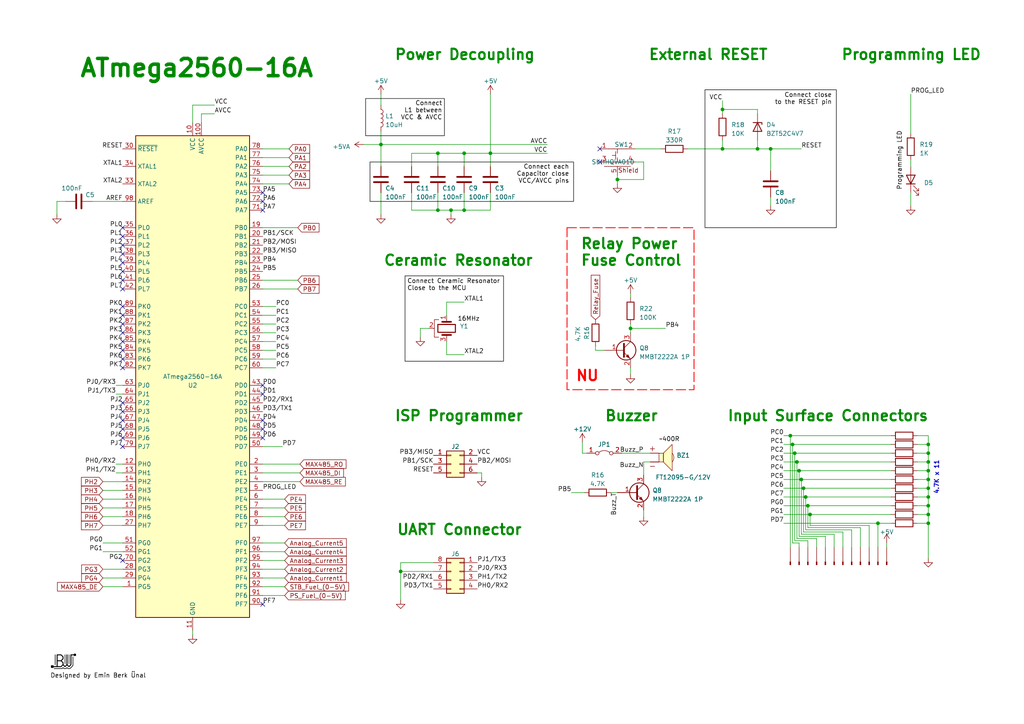
<source format=kicad_sch>
(kicad_sch (version 20230121) (generator eeschema)
  (paper "A4")
  (title_block (title "MCU") (date "2023-05-16") (rev "2") (company "OES Maritime Systems Eng. Ltd. Sti."))
  (lib_symbols
    (symbol "Conn_01x01_Pin_1" (pin_numbers hide) (pin_names (offset 1.016) hide)
      (property "Reference" "J" (at 0 2.54 0))
      (property "Value" "Conn_01x01_Pin" (at 0 -2.54 0))
      (symbol "Conn_01x01_Pin_1_1_1"
        (pin passive line (at 5.08 0 180) (length 3.81) (name "Pin_1") (number "1"))
      )
    )
    (symbol "Connector_Generic:Conn_02x03_Odd_Even" (pin_names (offset 1.016) hide)
      (property "Reference" "J" (at 1.27 5.08 0))
      (property "Value" "Conn_02x03_Odd_Even" (at 1.27 -5.08 0))
      (symbol "Conn_02x03_Odd_Even_1_1"
        (pin passive line (at -5.08 2.54 0) (length 3.81) (name "Pin_1") (number "1"))
        (pin passive line (at 7.62 2.54 180) (length 3.81) (name "Pin_2") (number "2"))
        (pin passive line (at -5.08 0 0) (length 3.81) (name "Pin_3") (number "3"))
        (pin passive line (at 7.62 0 180) (length 3.81) (name "Pin_4") (number "4"))
        (pin passive line (at -5.08 -2.54 0) (length 3.81) (name "Pin_5") (number "5"))
        (pin passive line (at 7.62 -2.54 180) (length 3.81) (name "Pin_6") (number "6"))
      )
    )
    (symbol "Connector_Generic:Conn_02x04_Counter_Clockwise" (pin_names (offset 1.016) hide)
      (property "Reference" "J" (at 1.27 5.08 0))
      (property "Value" "Conn_02x04_Counter_Clockwise" (at 1.27 -7.62 0))
      (symbol "Conn_02x04_Counter_Clockwise_1_1"
        (pin passive line (at -5.08 2.54 0) (length 3.81) (name "Pin_1") (number "1"))
        (pin passive line (at -5.08 0 0) (length 3.81) (name "Pin_2") (number "2"))
        (pin passive line (at -5.08 -2.54 0) (length 3.81) (name "Pin_3") (number "3"))
        (pin passive line (at -5.08 -5.08 0) (length 3.81) (name "Pin_4") (number "4"))
        (pin passive line (at 7.62 -5.08 180) (length 3.81) (name "Pin_5") (number "5"))
        (pin passive line (at 7.62 -2.54 180) (length 3.81) (name "Pin_6") (number "6"))
        (pin passive line (at 7.62 0 180) (length 3.81) (name "Pin_7") (number "7"))
        (pin passive line (at 7.62 2.54 180) (length 3.81) (name "Pin_8") (number "8"))
      )
    )
    (symbol "Device:C" (pin_numbers hide) (pin_names (offset 0.254))
      (property "Reference" "C" (at 0.635 2.54 0))
      (property "Value" "C" (at 0.635 -2.54 0))
      (symbol "C_1_1"
        (pin passive line (at 0 3.81 270) (length 2.794) (name "~") (number "1"))
        (pin passive line (at 0 -3.81 90) (length 2.794) (name "~") (number "2"))
      )
    )
    (symbol "Device:Crystal_GND2" (pin_names (offset 1.016) hide)
      (property "Reference" "Y" (at 0 5.715 0))
      (property "Value" "Crystal_GND2" (at 0 3.81 0))
      (symbol "Crystal_GND2_1_1"
        (pin passive line (at -3.81 0 0) (length 1.27) (name "1") (number "1"))
        (pin passive line (at 0 -5.08 90) (length 1.27) (name "2") (number "2"))
        (pin passive line (at 3.81 0 180) (length 1.27) (name "3") (number "3"))
      )
    )
    (symbol "Device:D_Zener" (pin_numbers hide) (pin_names (offset 1.016) hide)
      (property "Reference" "D" (at 0 2.54 0))
      (property "Value" "D_Zener" (at 0 -2.54 0))
      (symbol "D_Zener_1_1"
        (pin passive line (at -3.81 0 0) (length 2.54) (name "K") (number "1"))
        (pin passive line (at 3.81 0 180) (length 2.54) (name "A") (number "2"))
      )
    )
    (symbol "Device:L" (pin_numbers hide) (pin_names (offset 1.016) hide)
      (property "Reference" "L" (at -1.27 0 90))
      (property "Value" "L" (at 1.905 0 90))
      (symbol "L_1_1"
        (pin passive line (at 0 3.81 270) (length 1.27) (name "1") (number "1"))
        (pin passive line (at 0 -3.81 90) (length 1.27) (name "2") (number "2"))
      )
    )
    (symbol "Device:R" (pin_numbers hide) (pin_names (offset 0))
      (property "Reference" "R" (at 2.032 0 90))
      (property "Value" "R" (at 0 0 90))
      (symbol "R_1_1"
        (pin passive line (at 0 3.81 270) (length 1.27) (name "~") (number "1"))
        (pin passive line (at 0 -3.81 90) (length 1.27) (name "~") (number "2"))
      )
    )
    (symbol "Jumper:Jumper_2_Bridged" (pin_names (offset 0) hide)
      (property "Reference" "JP" (at 0 1.905 0))
      (property "Value" "Jumper_2_Bridged" (at 0 -2.54 0))
      (symbol "Jumper_2_Bridged_1_1"
        (pin passive line (at -5.08 0 0) (length 2.54) (name "A") (number "1"))
        (pin passive line (at 5.08 0 180) (length 2.54) (name "B") (number "2"))
      )
    )
    (symbol "LED:IR26-21C_L110_TR8" (pin_numbers hide) (pin_names (offset 1.016) hide)
      (property "Reference" "D" (at 0 2.54 0))
      (property "Value" "IR26-21C_L110_TR8" (at 0 -3.81 0))
      (symbol "IR26-21C_L110_TR8_1_1"
        (pin passive line (at -3.81 0 0) (length 2.54) (name "K") (number "1"))
        (pin passive line (at 3.81 0 180) (length 2.54) (name "A") (number "2"))
      )
    )
    (symbol "MCU_Microchip_ATmega:ATmega2560-16A"
      (property "Reference" "U" (at 0 1.27 0))
      (property "Value" "ATmega2560-16A" (at 0 -1.27 0))
      (symbol "ATmega2560-16A_1_1"
        (pin bidirectional line (at -20.32 -60.96 0) (length 3.81) (name "PG5") (number "1"))
        (pin power_in line (at 0 73.66 270) (length 3.81) (name "VCC") (number "10"))
        (pin power_in line (at 2.54 73.66 270) (length 3.81) (name "AVCC") (number "100"))
        (pin power_in line (at 0 -73.66 90) (length 3.81) (name "GND") (number "11"))
        (pin bidirectional line (at -20.32 -25.4 0) (length 3.81) (name "PH0") (number "12"))
        (pin bidirectional line (at -20.32 -27.94 0) (length 3.81) (name "PH1") (number "13"))
        (pin bidirectional line (at -20.32 -30.48 0) (length 3.81) (name "PH2") (number "14"))
        (pin bidirectional line (at -20.32 -33.02 0) (length 3.81) (name "PH3") (number "15"))
        (pin bidirectional line (at -20.32 -35.56 0) (length 3.81) (name "PH4") (number "16"))
        (pin bidirectional line (at -20.32 -38.1 0) (length 3.81) (name "PH5") (number "17"))
        (pin bidirectional line (at -20.32 -40.64 0) (length 3.81) (name "PH6") (number "18"))
        (pin bidirectional line (at 20.32 43.18 180) (length 3.81) (name "PB0") (number "19"))
        (pin bidirectional line (at 20.32 -25.4 180) (length 3.81) (name "PE0") (number "2"))
        (pin bidirectional line (at 20.32 40.64 180) (length 3.81) (name "PB1") (number "20"))
        (pin bidirectional line (at 20.32 38.1 180) (length 3.81) (name "PB2") (number "21"))
        (pin bidirectional line (at 20.32 35.56 180) (length 3.81) (name "PB3") (number "22"))
        (pin bidirectional line (at 20.32 33.02 180) (length 3.81) (name "PB4") (number "23"))
        (pin bidirectional line (at 20.32 30.48 180) (length 3.81) (name "PB5") (number "24"))
        (pin bidirectional line (at 20.32 27.94 180) (length 3.81) (name "PB6") (number "25"))
        (pin bidirectional line (at 20.32 25.4 180) (length 3.81) (name "PB7") (number "26"))
        (pin bidirectional line (at -20.32 -43.18 0) (length 3.81) (name "PH7") (number "27"))
        (pin bidirectional line (at -20.32 -55.88 0) (length 3.81) (name "PG3") (number "28"))
        (pin bidirectional line (at -20.32 -58.42 0) (length 3.81) (name "PG4") (number "29"))
        (pin bidirectional line (at 20.32 -27.94 180) (length 3.81) (name "PE1") (number "3"))
        (pin input line (at -20.32 66.04 0) (length 3.81) (name "~{RESET}") (number "30"))
        (pin passive line (at 0 73.66 270) (length 3.81) hide (name "VCC") (number "31"))
        (pin passive line (at 0 -73.66 90) (length 3.81) hide (name "GND") (number "32"))
        (pin output line (at -20.32 55.88 0) (length 3.81) (name "XTAL2") (number "33"))
        (pin input line (at -20.32 60.96 0) (length 3.81) (name "XTAL1") (number "34"))
        (pin bidirectional line (at -20.32 43.18 0) (length 3.81) (name "PL0") (number "35"))
        (pin bidirectional line (at -20.32 40.64 0) (length 3.81) (name "PL1") (number "36"))
        (pin bidirectional line (at -20.32 38.1 0) (length 3.81) (name "PL2") (number "37"))
        (pin bidirectional line (at -20.32 35.56 0) (length 3.81) (name "PL3") (number "38"))
        (pin bidirectional line (at -20.32 33.02 0) (length 3.81) (name "PL4") (number "39"))
        (pin bidirectional line (at 20.32 -30.48 180) (length 3.81) (name "PE2") (number "4"))
        (pin bidirectional line (at -20.32 30.48 0) (length 3.81) (name "PL5") (number "40"))
        (pin bidirectional line (at -20.32 27.94 0) (length 3.81) (name "PL6") (number "41"))
        (pin bidirectional line (at -20.32 25.4 0) (length 3.81) (name "PL7") (number "42"))
        (pin bidirectional line (at 20.32 -2.54 180) (length 3.81) (name "PD0") (number "43"))
        (pin bidirectional line (at 20.32 -5.08 180) (length 3.81) (name "PD1") (number "44"))
        (pin bidirectional line (at 20.32 -7.62 180) (length 3.81) (name "PD2") (number "45"))
        (pin bidirectional line (at 20.32 -10.16 180) (length 3.81) (name "PD3") (number "46"))
        (pin bidirectional line (at 20.32 -12.7 180) (length 3.81) (name "PD4") (number "47"))
        (pin bidirectional line (at 20.32 -15.24 180) (length 3.81) (name "PD5") (number "48"))
        (pin bidirectional line (at 20.32 -17.78 180) (length 3.81) (name "PD6") (number "49"))
        (pin bidirectional line (at 20.32 -33.02 180) (length 3.81) (name "PE3") (number "5"))
        (pin bidirectional line (at 20.32 -20.32 180) (length 3.81) (name "PD7") (number "50"))
        (pin bidirectional line (at -20.32 -48.26 0) (length 3.81) (name "PG0") (number "51"))
        (pin bidirectional line (at -20.32 -50.8 0) (length 3.81) (name "PG1") (number "52"))
        (pin bidirectional line (at 20.32 20.32 180) (length 3.81) (name "PC0") (number "53"))
        (pin bidirectional line (at 20.32 17.78 180) (length 3.81) (name "PC1") (number "54"))
        (pin bidirectional line (at 20.32 15.24 180) (length 3.81) (name "PC2") (number "55"))
        (pin bidirectional line (at 20.32 12.7 180) (length 3.81) (name "PC3") (number "56"))
        (pin bidirectional line (at 20.32 10.16 180) (length 3.81) (name "PC4") (number "57"))
        (pin bidirectional line (at 20.32 7.62 180) (length 3.81) (name "PC5") (number "58"))
        (pin bidirectional line (at 20.32 5.08 180) (length 3.81) (name "PC6") (number "59"))
        (pin bidirectional line (at 20.32 -35.56 180) (length 3.81) (name "PE4") (number "6"))
        (pin bidirectional line (at 20.32 2.54 180) (length 3.81) (name "PC7") (number "60"))
        (pin passive line (at 0 73.66 270) (length 3.81) hide (name "VCC") (number "61"))
        (pin passive line (at 0 -73.66 90) (length 3.81) hide (name "GND") (number "62"))
        (pin bidirectional line (at -20.32 -2.54 0) (length 3.81) (name "PJ0") (number "63"))
        (pin bidirectional line (at -20.32 -5.08 0) (length 3.81) (name "PJ1") (number "64"))
        (pin bidirectional line (at -20.32 -7.62 0) (length 3.81) (name "PJ2") (number "65"))
        (pin bidirectional line (at -20.32 -10.16 0) (length 3.81) (name "PJ3") (number "66"))
        (pin bidirectional line (at -20.32 -12.7 0) (length 3.81) (name "PJ4") (number "67"))
        (pin bidirectional line (at -20.32 -15.24 0) (length 3.81) (name "PJ5") (number "68"))
        (pin bidirectional line (at -20.32 -17.78 0) (length 3.81) (name "PJ6") (number "69"))
        (pin bidirectional line (at 20.32 -38.1 180) (length 3.81) (name "PE5") (number "7"))
        (pin bidirectional line (at -20.32 -53.34 0) (length 3.81) (name "PG2") (number "70"))
        (pin bidirectional line (at 20.32 48.26 180) (length 3.81) (name "PA7") (number "71"))
        (pin bidirectional line (at 20.32 50.8 180) (length 3.81) (name "PA6") (number "72"))
        (pin bidirectional line (at 20.32 53.34 180) (length 3.81) (name "PA5") (number "73"))
        (pin bidirectional line (at 20.32 55.88 180) (length 3.81) (name "PA4") (number "74"))
        (pin bidirectional line (at 20.32 58.42 180) (length 3.81) (name "PA3") (number "75"))
        (pin bidirectional line (at 20.32 60.96 180) (length 3.81) (name "PA2") (number "76"))
        (pin bidirectional line (at 20.32 63.5 180) (length 3.81) (name "PA1") (number "77"))
        (pin bidirectional line (at 20.32 66.04 180) (length 3.81) (name "PA0") (number "78"))
        (pin bidirectional line (at -20.32 -20.32 0) (length 3.81) (name "PJ7") (number "79"))
        (pin bidirectional line (at 20.32 -40.64 180) (length 3.81) (name "PE6") (number "8"))
        (pin passive line (at 0 73.66 270) (length 3.81) hide (name "VCC") (number "80"))
        (pin passive line (at 0 -73.66 90) (length 3.81) hide (name "GND") (number "81"))
        (pin bidirectional line (at -20.32 2.54 0) (length 3.81) (name "PK7") (number "82"))
        (pin bidirectional line (at -20.32 5.08 0) (length 3.81) (name "PK6") (number "83"))
        (pin bidirectional line (at -20.32 7.62 0) (length 3.81) (name "PK5") (number "84"))
        (pin bidirectional line (at -20.32 10.16 0) (length 3.81) (name "PK4") (number "85"))
        (pin bidirectional line (at -20.32 12.7 0) (length 3.81) (name "PK3") (number "86"))
        (pin bidirectional line (at -20.32 15.24 0) (length 3.81) (name "PK2") (number "87"))
        (pin bidirectional line (at -20.32 17.78 0) (length 3.81) (name "PK1") (number "88"))
        (pin bidirectional line (at -20.32 20.32 0) (length 3.81) (name "PK0") (number "89"))
        (pin bidirectional line (at 20.32 -43.18 180) (length 3.81) (name "PE7") (number "9"))
        (pin bidirectional line (at 20.32 -66.04 180) (length 3.81) (name "PF7") (number "90"))
        (pin bidirectional line (at 20.32 -63.5 180) (length 3.81) (name "PF6") (number "91"))
        (pin bidirectional line (at 20.32 -60.96 180) (length 3.81) (name "PF5") (number "92"))
        (pin bidirectional line (at 20.32 -58.42 180) (length 3.81) (name "PF4") (number "93"))
        (pin bidirectional line (at 20.32 -55.88 180) (length 3.81) (name "PF3") (number "94"))
        (pin bidirectional line (at 20.32 -53.34 180) (length 3.81) (name "PF2") (number "95"))
        (pin bidirectional line (at 20.32 -50.8 180) (length 3.81) (name "PF1") (number "96"))
        (pin bidirectional line (at 20.32 -48.26 180) (length 3.81) (name "PF0") (number "97"))
        (pin passive line (at -20.32 50.8 0) (length 3.81) (name "AREF") (number "98"))
        (pin passive line (at 0 -73.66 90) (length 3.81) hide (name "GND") (number "99"))
      )
    )
    (symbol "MyButtons:SPST_Push_Button_5_Pin"
      (property "Reference" "SW" (at 5.08 5.08 0))
      (symbol "SPST_Push_Button_5_Pin_1_1"
        (text "Shield" (at 8.255 -2.413 0) (effects (font (size 1.27 1.27))))
        (pin passive line (at 0 3.81 0) (length 2.54) (name "") (number "1"))
        (pin passive line (at 10.16 3.81 180) (length 2.54) (name "") (number "2"))
        (pin passive line (at 0 0 0) (length 2.54) (name "") (number "3"))
        (pin passive line (at 10.16 0 180) (length 2.54) (name "") (number "4"))
        (pin passive line (at 5.08 -3.81 90) (length 2.54) (name "") (number "5"))
      )
    )
    (symbol "MyBuzzers:Active_Buzzer" (pin_numbers hide)
      (property "Reference" "BZ" (at 0 -3.81 0))
      (symbol "Active_Buzzer_1_1"
        (pin input line (at -2.54 2.54 0) (length 2.54) (name "") (number "1"))
        (pin input line (at -2.54 0 0) (length 2.54) (name "") (number "2"))
      )
    )
    (symbol "Transistor_BJT:2SC4213" (pin_names (offset 0) hide)
      (property "Reference" "Q" (at 5.08 1.905 0))
      (property "Value" "2SC4213" (at 5.08 0 0))
      (symbol "2SC4213_1_1"
        (pin input line (at -5.08 0 0) (length 5.715) (name "B") (number "1"))
        (pin passive line (at 2.54 -5.08 90) (length 2.54) (name "E") (number "2"))
        (pin passive line (at 2.54 5.08 270) (length 2.54) (name "C") (number "3"))
      )
    )
    (symbol "power:+12V" (power) (pin_names (offset 0))
      (property "Value" "+12V" (at 0 3.556 0))
      (symbol "+12V_1_1"
        (pin power_in line (at 0 0 90) (length 0) hide (name "+12V") (number "1"))
      )
    )
    (symbol "power:+5V" (power) (pin_names (offset 0))
      (property "Value" "+5V" (at 0 3.556 0))
      (symbol "+5V_1_1"
        (pin power_in line (at 0 0 90) (length 0) hide (name "+5V") (number "1"))
      )
    )
    (symbol "power:+5VA" (power) (pin_names (offset 0))
      (property "Value" "+5VA" (at 0 3.556 0))
      (symbol "+5VA_1_1"
        (pin power_in line (at 0 0 90) (length 0) hide (name "+5VA") (number "1"))
      )
    )
    (symbol "power:GND" (power) (pin_names (offset 0))
      (property "Value" "GND" (at 0 -3.81 0))
      (symbol "GND_1_1"
        (pin power_in line (at 0 0 270) (length 0) hide (name "GND") (number "1"))
      )
    )
  )
  (junction (at 127 60.96))
  (junction (at 269.24 146.685))
  (junction (at 110.49 41.91))
  (junction (at 232.41 139.065))
  (junction (at 269.24 141.605))
  (junction (at 116.205 165.735))
  (junction (at 269.24 139.065))
  (junction (at 127 44.45))
  (junction (at 269.24 144.145))
  (junction (at 269.24 133.985))
  (junction (at 182.88 95.25))
  (junction (at 269.24 151.765))
  (junction (at 134.62 44.45))
  (junction (at 179.07 52.07))
  (junction (at 233.045 141.605))
  (junction (at 130.81 60.96))
  (junction (at 223.52 43.18))
  (junction (at 269.24 128.905))
  (junction (at 230.505 131.445))
  (junction (at 233.68 144.145))
  (junction (at 229.235 126.365))
  (junction (at 142.24 44.45))
  (junction (at 229.87 128.905))
  (junction (at 231.14 133.985))
  (junction (at 231.775 136.525))
  (junction (at 234.315 146.685))
  (junction (at 219.71 43.18))
  (junction (at 134.62 60.96))
  (junction (at 269.24 149.225))
  (junction (at 234.95 149.225))
  (junction (at 209.55 31.75))
  (junction (at 209.55 43.18))
  (junction (at 269.24 131.445))
  (junction (at 254.635 151.765))
  (junction (at 269.24 136.525))
  (no_connect (at 35.56 68.58))
  (no_connect (at 35.56 66.04))
  (no_connect (at 76.2 55.88))
  (no_connect (at 76.2 58.42))
  (no_connect (at 35.56 91.44))
  (no_connect (at 76.2 124.46))
  (no_connect (at 35.56 93.98))
  (no_connect (at 35.56 104.14))
  (no_connect (at 35.56 121.92))
  (no_connect (at 76.2 127))
  (no_connect (at 35.56 119.38))
  (no_connect (at 35.56 106.68))
  (no_connect (at 76.2 121.92))
  (no_connect (at 35.56 124.46))
  (no_connect (at 35.56 116.84))
  (no_connect (at 35.56 73.66))
  (no_connect (at 35.56 99.06))
  (no_connect (at 35.56 127))
  (no_connect (at 35.56 88.9))
  (no_connect (at 173.99 46.99))
  (no_connect (at 76.2 114.3))
  (no_connect (at 76.2 111.76))
  (no_connect (at 35.56 129.54))
  (no_connect (at 35.56 96.52))
  (no_connect (at 35.56 78.74))
  (no_connect (at 35.56 71.12))
  (no_connect (at 173.99 43.18))
  (no_connect (at 76.2 60.96))
  (no_connect (at 35.56 83.82))
  (no_connect (at 35.56 101.6))
  (no_connect (at 35.56 162.56))
  (no_connect (at 76.2 175.26))
  (no_connect (at 35.56 76.2))
  (no_connect (at 35.56 81.28))
  (wire (pts (xy 269.24 151.765) (xy 266.065 151.765)))
  (wire (pts (xy 239.395 155.575) (xy 231.775 155.575)))
  (wire (pts (xy 269.24 141.605) (xy 269.24 144.145)))
  (wire (pts (xy 142.24 44.45) (xy 158.75 44.45)))
  (wire (pts (xy 223.52 57.15) (xy 223.52 59.69)))
  (wire (pts (xy 269.24 136.525) (xy 266.065 136.525)))
  (wire (pts (xy 254.635 158.75) (xy 254.635 151.765)))
  (wire (pts (xy 129.54 87.63) (xy 134.62 87.63)))
  (wire (pts (xy 125.73 163.195) (xy 116.205 163.195)))
  (wire (pts (xy 134.62 55.88) (xy 134.62 60.96)))
  (wire (pts (xy 129.54 99.06) (xy 129.54 102.87)))
  (wire (pts (xy 241.935 154.94) (xy 232.41 154.94)))
  (wire (pts (xy 236.855 158.75) (xy 236.855 156.21)))
  (wire (pts (xy 29.845 144.78) (xy 35.56 144.78)))
  (wire (pts (xy 62.23 33.02) (xy 58.42 33.02)))
  (wire (pts (xy 227.33 146.685) (xy 234.315 146.685)))
  (wire (pts (xy 29.845 167.64) (xy 35.56 167.64)))
  (wire (pts (xy 142.24 27.305) (xy 142.24 44.45)))
  (wire (pts (xy 227.33 141.605) (xy 233.045 141.605)))
  (wire (pts (xy 231.775 157.48) (xy 229.87 157.48)))
  (wire (pts (xy 83.82 53.34) (xy 76.2 53.34)))
  (wire (pts (xy 82.55 152.4) (xy 76.2 152.4)))
  (wire (pts (xy 269.24 131.445) (xy 266.065 131.445)))
  (wire (pts (xy 127 44.45) (xy 134.62 44.45)))
  (wire (pts (xy 186.69 46.99) (xy 186.69 52.07)))
  (wire (pts (xy 209.55 33.02) (xy 209.55 31.75)))
  (wire (pts (xy 80.01 93.98) (xy 76.2 93.98)))
  (wire (pts (xy 182.88 106.68) (xy 182.88 108.585)))
  (wire (pts (xy 142.24 60.96) (xy 142.24 55.88)))
  (wire (pts (xy 29.845 170.18) (xy 35.56 170.18)))
  (wire (pts (xy 86.995 139.7) (xy 76.2 139.7)))
  (wire (pts (xy 134.62 44.45) (xy 134.62 48.26)))
  (wire (pts (xy 234.315 153.035) (xy 234.315 146.685)))
  (wire (pts (xy 236.855 156.21) (xy 231.14 156.21)))
  (wire (pts (xy 130.81 60.96) (xy 130.81 62.23)))
  (wire (pts (xy 180.34 131.445) (xy 188.595 131.445)))
  (wire (pts (xy 130.81 60.96) (xy 134.62 60.96)))
  (wire (pts (xy 83.82 50.8) (xy 76.2 50.8)))
  (wire (pts (xy 258.445 131.445) (xy 230.505 131.445)))
  (wire (pts (xy 184.15 46.99) (xy 186.69 46.99)))
  (wire (pts (xy 269.24 149.225) (xy 269.24 151.765)))
  (wire (pts (xy 258.445 133.985) (xy 231.14 133.985)))
  (wire (pts (xy 269.24 141.605) (xy 266.065 141.605)))
  (wire (pts (xy 258.445 136.525) (xy 231.775 136.525)))
  (wire (pts (xy 82.55 170.18) (xy 76.2 170.18)))
  (wire (pts (xy 227.33 133.985) (xy 231.14 133.985)))
  (wire (pts (xy 269.24 133.985) (xy 269.24 136.525)))
  (wire (pts (xy 139.7 137.16) (xy 139.7 138.43)))
  (wire (pts (xy 184.15 43.18) (xy 191.77 43.18)))
  (wire (pts (xy 129.54 102.87) (xy 134.62 102.87)))
  (wire (pts (xy 83.82 48.26) (xy 76.2 48.26)))
  (wire (pts (xy 258.445 146.685) (xy 234.315 146.685)))
  (wire (pts (xy 80.01 104.14) (xy 76.2 104.14)))
  (wire (pts (xy 258.445 128.905) (xy 229.87 128.905)))
  (wire (pts (xy 269.24 133.985) (xy 266.065 133.985)))
  (wire (pts (xy 110.49 38.1) (xy 110.49 41.91)))
  (wire (pts (xy 234.95 152.4) (xy 234.95 149.225)))
  (wire (pts (xy 244.475 158.75) (xy 244.475 154.305)))
  (wire (pts (xy 86.36 66.04) (xy 76.2 66.04)))
  (wire (pts (xy 86.36 81.28) (xy 76.2 81.28)))
  (wire (pts (xy 86.36 83.82) (xy 76.2 83.82)))
  (wire (pts (xy 80.01 96.52) (xy 76.2 96.52)))
  (wire (pts (xy 269.24 139.065) (xy 269.24 141.605)))
  (wire (pts (xy 82.55 149.86) (xy 76.2 149.86)))
  (wire (pts (xy 80.01 91.44) (xy 76.2 91.44)))
  (wire (pts (xy 33.655 137.16) (xy 35.56 137.16)))
  (wire (pts (xy 116.205 165.735) (xy 125.73 165.735)))
  (wire (pts (xy 227.33 128.905) (xy 229.87 128.905)))
  (wire (pts (xy 172.72 100.33) (xy 172.72 101.6)))
  (wire (pts (xy 247.015 158.75) (xy 247.015 153.67)))
  (wire (pts (xy 269.24 144.145) (xy 269.24 146.685)))
  (wire (pts (xy 231.775 155.575) (xy 231.775 136.525)))
  (wire (pts (xy 269.24 131.445) (xy 269.24 133.985)))
  (wire (pts (xy 227.33 136.525) (xy 231.775 136.525)))
  (wire (pts (xy 119.38 44.45) (xy 127 44.45)))
  (wire (pts (xy 86.995 137.16) (xy 76.2 137.16)))
  (wire (pts (xy 165.735 142.875) (xy 169.545 142.875)))
  (wire (pts (xy 55.88 184.15) (xy 55.88 182.88)))
  (wire (pts (xy 249.555 153.035) (xy 234.315 153.035)))
  (wire (pts (xy 127 60.96) (xy 130.81 60.96)))
  (wire (pts (xy 258.445 149.225) (xy 234.95 149.225)))
  (wire (pts (xy 105.41 41.91) (xy 110.49 41.91)))
  (wire (pts (xy 82.55 162.56) (xy 76.2 162.56)))
  (wire (pts (xy 244.475 154.305) (xy 233.045 154.305)))
  (wire (pts (xy 80.01 99.06) (xy 76.2 99.06)))
  (wire (pts (xy 179.07 53.34) (xy 179.07 52.07)))
  (wire (pts (xy 258.445 144.145) (xy 233.68 144.145)))
  (wire (pts (xy 179.07 52.07) (xy 179.07 50.8)))
  (wire (pts (xy 264.16 27.305) (xy 264.16 38.735)))
  (wire (pts (xy 234.315 158.75) (xy 234.315 156.845)))
  (wire (pts (xy 86.995 134.62) (xy 76.2 134.62)))
  (wire (pts (xy 168.91 128.27) (xy 168.91 131.445)))
  (wire (pts (xy 116.205 165.735) (xy 116.205 173.99)))
  (wire (pts (xy 186.69 147.955) (xy 186.69 149.86)))
  (wire (pts (xy 182.88 95.25) (xy 182.88 96.52)))
  (wire (pts (xy 33.655 111.76) (xy 35.56 111.76)))
  (wire (pts (xy 82.55 160.02) (xy 76.2 160.02)))
  (wire (pts (xy 230.505 156.845) (xy 230.505 131.445)))
  (wire (pts (xy 233.045 141.605) (xy 233.045 154.305)))
  (wire (pts (xy 229.235 126.365) (xy 229.235 158.75)))
  (wire (pts (xy 82.55 147.32) (xy 76.2 147.32)))
  (wire (pts (xy 83.82 43.18) (xy 76.2 43.18)))
  (wire (pts (xy 168.91 131.445) (xy 170.18 131.445)))
  (wire (pts (xy 223.52 43.18) (xy 223.52 49.53)))
  (wire (pts (xy 58.42 33.02) (xy 58.42 35.56)))
  (wire (pts (xy 209.55 40.64) (xy 209.55 43.18)))
  (wire (pts (xy 258.445 141.605) (xy 233.045 141.605)))
  (wire (pts (xy 182.88 85.09) (xy 182.88 86.36)))
  (wire (pts (xy 134.62 60.96) (xy 142.24 60.96)))
  (wire (pts (xy 257.175 157.48) (xy 257.175 158.75)))
  (wire (pts (xy 182.88 95.25) (xy 193.04 95.25)))
  (wire (pts (xy 239.395 158.75) (xy 239.395 155.575)))
  (wire (pts (xy 121.92 95.25) (xy 124.46 95.25)))
  (wire (pts (xy 177.165 142.875) (xy 179.07 142.875)))
  (wire (pts (xy 188.595 133.985) (xy 186.69 133.985)))
  (wire (pts (xy 252.095 152.4) (xy 234.95 152.4)))
  (wire (pts (xy 182.88 93.98) (xy 182.88 95.25)))
  (wire (pts (xy 219.71 31.75) (xy 209.55 31.75)))
  (wire (pts (xy 142.24 48.26) (xy 142.24 44.45)))
  (wire (pts (xy 82.55 144.78) (xy 76.2 144.78)))
  (wire (pts (xy 227.33 144.145) (xy 233.68 144.145)))
  (wire (pts (xy 258.445 139.065) (xy 232.41 139.065)))
  (wire (pts (xy 227.33 139.065) (xy 232.41 139.065)))
  (wire (pts (xy 110.49 41.91) (xy 158.75 41.91)))
  (wire (pts (xy 62.23 30.48) (xy 55.88 30.48)))
  (wire (pts (xy 269.24 144.145) (xy 266.065 144.145)))
  (wire (pts (xy 82.55 165.1) (xy 76.2 165.1)))
  (wire (pts (xy 29.845 149.86) (xy 35.56 149.86)))
  (wire (pts (xy 232.41 154.94) (xy 232.41 139.065)))
  (wire (pts (xy 82.55 167.64) (xy 76.2 167.64)))
  (wire (pts (xy 110.49 41.91) (xy 110.49 48.26)))
  (wire (pts (xy 249.555 158.75) (xy 249.555 153.035)))
  (wire (pts (xy 121.92 95.25) (xy 121.92 97.79)))
  (wire (pts (xy 231.14 156.21) (xy 231.14 133.985)))
  (wire (pts (xy 119.38 48.26) (xy 119.38 44.45)))
  (wire (pts (xy 83.82 45.72) (xy 76.2 45.72)))
  (wire (pts (xy 252.095 158.75) (xy 252.095 152.4)))
  (wire (pts (xy 269.24 128.905) (xy 269.24 131.445)))
  (wire (pts (xy 234.315 156.845) (xy 230.505 156.845)))
  (wire (pts (xy 269.24 126.365) (xy 266.065 126.365)))
  (wire (pts (xy 219.71 33.02) (xy 219.71 31.75)))
  (wire (pts (xy 227.33 151.765) (xy 254.635 151.765)))
  (wire (pts (xy 264.16 55.88) (xy 264.16 59.69)))
  (wire (pts (xy 269.24 146.685) (xy 266.065 146.685)))
  (wire (pts (xy 229.87 128.905) (xy 229.87 157.48)))
  (wire (pts (xy 172.72 101.6) (xy 175.26 101.6)))
  (wire (pts (xy 138.43 137.16) (xy 139.7 137.16)))
  (wire (pts (xy 269.24 128.905) (xy 266.065 128.905)))
  (wire (pts (xy 82.55 157.48) (xy 76.2 157.48)))
  (wire (pts (xy 29.845 157.48) (xy 35.56 157.48)))
  (wire (pts (xy 233.68 153.67) (xy 233.68 144.145)))
  (wire (pts (xy 55.88 30.48) (xy 55.88 35.56)))
  (wire (pts (xy 227.33 126.365) (xy 229.235 126.365)))
  (wire (pts (xy 29.845 165.1) (xy 35.56 165.1)))
  (wire (pts (xy 29.845 139.7) (xy 35.56 139.7)))
  (wire (pts (xy 81.915 129.54) (xy 76.2 129.54)))
  (wire (pts (xy 33.655 134.62) (xy 35.56 134.62)))
  (wire (pts (xy 258.445 151.765) (xy 254.635 151.765)))
  (wire (pts (xy 29.845 142.24) (xy 35.56 142.24)))
  (wire (pts (xy 16.51 62.23) (xy 16.51 58.42)))
  (wire (pts (xy 16.51 58.42) (xy 19.05 58.42)))
  (wire (pts (xy 29.845 147.32) (xy 35.56 147.32)))
  (wire (pts (xy 127 44.45) (xy 127 48.26)))
  (wire (pts (xy 269.24 146.685) (xy 269.24 149.225)))
  (wire (pts (xy 134.62 44.45) (xy 142.24 44.45)))
  (wire (pts (xy 26.67 58.42) (xy 35.56 58.42)))
  (wire (pts (xy 80.01 101.6) (xy 76.2 101.6)))
  (wire (pts (xy 129.54 87.63) (xy 129.54 91.44)))
  (wire (pts (xy 264.16 48.26) (xy 264.16 46.355)))
  (wire (pts (xy 219.71 40.64) (xy 219.71 43.18)))
  (wire (pts (xy 127 55.88) (xy 127 60.96)))
  (wire (pts (xy 186.69 133.985) (xy 186.69 137.795)))
  (wire (pts (xy 82.55 172.72) (xy 76.2 172.72)))
  (wire (pts (xy 227.33 149.225) (xy 234.95 149.225)))
  (wire (pts (xy 227.33 131.445) (xy 230.505 131.445)))
  (wire (pts (xy 219.71 43.18) (xy 223.52 43.18)))
  (wire (pts (xy 269.24 126.365) (xy 269.24 128.905)))
  (wire (pts (xy 179.07 52.07) (xy 186.69 52.07)))
  (wire (pts (xy 223.52 43.18) (xy 232.41 43.18)))
  (wire (pts (xy 29.845 152.4) (xy 35.56 152.4)))
  (wire (pts (xy 119.38 60.96) (xy 127 60.96)))
  (wire (pts (xy 209.55 43.18) (xy 219.71 43.18)))
  (wire (pts (xy 29.845 160.02) (xy 35.56 160.02)))
  (wire (pts (xy 258.445 126.365) (xy 229.235 126.365)))
  (wire (pts (xy 80.01 106.68) (xy 76.2 106.68)))
  (wire (pts (xy 110.49 55.88) (xy 110.49 62.23)))
  (wire (pts (xy 231.775 157.48) (xy 231.775 158.75)))
  (wire (pts (xy 209.55 29.21) (xy 209.55 31.75)))
  (wire (pts (xy 119.38 55.88) (xy 119.38 60.96)))
  (wire (pts (xy 269.24 136.525) (xy 269.24 139.065)))
  (wire (pts (xy 33.655 114.3) (xy 35.56 114.3)))
  (wire (pts (xy 241.935 158.75) (xy 241.935 154.94)))
  (wire (pts (xy 110.49 27.305) (xy 110.49 30.48)))
  (wire (pts (xy 116.205 163.195) (xy 116.205 165.735)))
  (wire (pts (xy 269.24 139.065) (xy 266.065 139.065)))
  (wire (pts (xy 269.24 151.765) (xy 269.24 161.925)))
  (wire (pts (xy 247.015 153.67) (xy 233.68 153.67)))
  (wire (pts (xy 269.24 149.225) (xy 266.065 149.225)))
  (wire (pts (xy 80.01 88.9) (xy 76.2 88.9)))
  (wire (pts (xy 199.39 43.18) (xy 209.55 43.18)))
  (rectangle (start 107.315 46.99) (end 166.37 58.42) (stroke (width 0) (color 0 0 0 1)))
  (rectangle (start 106.045 28.575) (end 128.905 39.37) (stroke (width 0) (color 0 0 0 1)))
  (rectangle (start 117.475 80.01) (end 146.05 104.775) (stroke (width 0) (color 0 0 0 1)))
  (rectangle (start 204.47 26.035) (end 242.57 66.04) (stroke (width 0) (color 0 0 0 1)))
  (image (at 435.61 105.41) (scale 1.51515))
  (image (at 18.415 191.77) (scale 0.232765))
  (text_box "///////     OUTPUTS     ///////\n\nWiper_water_start			 	  - - - 	23 / PA1\nWiper_motor_start			 	  - - - 	25 / PA3\n\nEr_fan1_start			     	  - - - 	27 / PA5\nEr_fan1_reverse			 	 	  - - - 	29 / PA7\n\nEr_fan2_start				 	  - - - 	31 / PC6\nEr_fan2_reverse			 	 	  - - - 	33 / PC4 \n\n Stb_engine_start			 	  - - - 	35 / PC2\n Stb_engine_march			 	  - - - 	37 / PC0\n\n Ps_engine_start			 	  - - - 	39 / PG2\n Ps_engine_march			 	  - - - 	41 / PG0\n\n Hydrolic_rudder_pomp		 	  - - - 	43 / PL6\n\n Anchor_light				 	  - - - 	45 / PL4\n Stern_light				 	  - - - 	47 / PL2\n Masthead_light			 	 	  - - - 	49 / PL0\n Port_side_light			 	  - - - 	51 / PB2\n Starboard_side_light		 	  - - - 	53 / PB0\n\n Main_deck_lightning		 	  - - - 	 5 / PE3\n Bow_search_light			 	  - - - 	 6 / PH3\n stern_search_light 		 	  - - - 	 7 / PH4\n\n Buzzer				 			  - - - 	 4 / PG5\n\n///////      INPUTS      ///////\n\n steering_room_bilge_alarm 		  - - - 	52 / PB1\n Engine_room_aft_bilge_alarm	  - - - 	50 / PB3\n Engine_room_fore_bilge_alarm	  - - - 	48 / PL1\n Fwd_bilge_alarm			 	  - - - 	46 / PL3\n Ps_sb_me_charger_failure		  - - - 	44 / PL5\n Ac_insulation_voltage_failure	  - - - 	42 / PL7\n Dg_charger_failure			 	  - - - 	40 / PG1\n Dc01_charger_failure		 	  - - - 	38 / PD7\n Insulation_failure_alarm		  - - - 	36 / PC1\n Voltage_failure_alarm		 	  - - - 	34 / PC3\n voltageAutochargeoverAct_alarm	  - - - 	32 / PC5\n\n///////      ANALOG INPUTS     ///////\n\nanchor_light_current  			  - - -  	A0 / PF0\nstern_light_current  			  - - -  	A1 / PF1\nmasthead_light_current 			  - - -  	A2 / PF2\nport_side_light_current  		  - - -  	A3 / PF3\nstarboard_side_light_current   	  - - -  	A4 / PF4\n\nfuel_oil_ps_analog   	 		  - - -  	A5 / PF5\nfuel_oil_str_analog   	  		  - - -  	A6 / PF6" (at -100.33 0 0) (size 97.79 167.64) (stroke (width 0.5) (color 132 0 0 1)) (fill (type color) (color 255 229 191 1)) (effects (font (size 1.8 1.8)) (justify left top)))
  (text_box "To Do List:\n\n1 - Fix the Switching Regulator's enable pin problem,\n\n2 - Change the Tantalum Capacitor rating at the 12VOUT,\n\n3 - Relay pinout will be changed for all 3 OUTPUT,\n\n4 - Hall effect sensor's pinout will be fixed, (might change with TPS712)" (at 0 215.9 0) (size 190.5 57.15) (stroke (width 1) (type dash) (color 0 0 0 1)) (fill (type color) (color 255 0 0 1)) (effects (font (size 3 3) (thickness 0.6) bold) (justify left top)))
  (text_box "NU" (at 164.465 66.04 0) (size 36.83 46.99) (stroke (width 0.25) (type dash) (color 255 0 0 1)) (effects (font (size 3 3) (thickness 0.6) bold) (justify left bottom)))
  (text "4.7K x 11" (at 272.415 143.51 90) (effects (font (size 1.27 1.27) (thickness 0.254) bold) (justify left bottom)))
  (text "UART Connector" (at 114.935 155.575 0) (effects (font (size 3 3) (thickness 0.6) bold) (justify left bottom)))
  (text "Connect close\nto the RESET pin" (at 241.3 30.48 0) (effects (font (size 1.27 1.27)) (justify right bottom)))
  (text "Designed by Emin Berk Ünal" (at 14.605 196.85 0) (effects (font (size 1.27 1.27)) (justify left bottom)))
  (text "ISP Programmer" (at 114.3 122.555 0) (effects (font (size 3 3) (thickness 0.6) bold) (justify left bottom)))
  (text "Programming LED" (at 243.84 17.78 0) (effects (font (size 3 3) (thickness 0.6) bold) (justify left bottom)))
  (text "16MHz" (at 132.715 93.345 0) (effects (font (size 1.27 1.27)) (justify left bottom)))
  (text "Programming LED" (at 261.62 55.245 90) (effects (font (size 1.27 1.27)) (justify left bottom)))
  (text "External RESET" (at 187.96 17.78 0) (effects (font (size 3 3) (thickness 0.6) bold) (justify left bottom)))
  (text "ATmega2560-16A" (at 22.86 22.86 0) (effects (font (size 5 5) (thickness 1) bold) (justify left bottom)))
  (text "Connect each\nCapacitor close\nVCC/AVCC pins" (at 165.1 53.34 0) (effects (font (size 1.27 1.27)) (justify right bottom)))
  (text "Connect\nL1 between\nVCC & AVCC" (at 128.27 34.925 0) (effects (font (size 1.27 1.27)) (justify right bottom)))
  (text "Input Surface Connectors" (at 210.82 122.555 0) (effects (font (size 3 3) (thickness 0.6) bold) (justify left bottom)))
  (text "~400R" (at 191.135 128.27 0) (effects (font (size 1.27 1.27)) (justify left bottom)))
  (text "Power Decoupling" (at 114.3 17.78 0) (effects (font (size 3 3) (thickness 0.6) bold) (justify left bottom)))
  (text "Connect Ceramic Resonator\nClose to the MCU" (at 118.11 84.455 0) (effects (font (size 1.27 1.27)) (justify left bottom)))
  (text "Relay Power\nFuse Control" (at 168.275 77.47 0) (effects (font (size 3 3) (thickness 0.6) bold) (justify left bottom)))
  (text "Ceramic Resonator" (at 111.125 77.47 0) (effects (font (size 3 3) (thickness 0.6) bold) (justify left bottom)))
  (text "Buzzer" (at 175.26 122.555 0) (effects (font (size 3 3) (thickness 0.6) bold) (justify left bottom)))
  (label "PG2" (at 35.56 162.56 180) (property "Intersheetrefs" "${INTERSHEET_REFS}" (effects hide)))
  (label "PC3" (at 80.01 96.52 0) (property "Intersheetrefs" "${INTERSHEET_REFS}" (effects hide)))
  (label "PJ4" (at 35.56 121.92 180) (property "Intersheetrefs" "${INTERSHEET_REFS}" (effects hide)))
  (label "AVCC" (at 62.23 33.02 0))
  (label "PJ0{slash}RX3" (at 138.43 165.735 0))
  (label "PJ6" (at 35.56 127 180) (property "Intersheetrefs" "${INTERSHEET_REFS}" (effects hide)))
  (label "PC1" (at 80.01 91.44 0) (property "Intersheetrefs" "${INTERSHEET_REFS}" (effects hide)))
  (label "PC5" (at 80.01 101.6 0) (property "Intersheetrefs" "${INTERSHEET_REFS}" (effects hide)))
  (label "PB5" (at 165.735 142.875 180))
  (label "PL0" (at 35.56 66.04 180) (property "Intersheetrefs" "${INTERSHEET_REFS}" (effects hide)))
  (label "PK0" (at 35.56 88.9 180) (property "Intersheetrefs" "${INTERSHEET_REFS}" (effects hide)))
  (label "PK2" (at 35.56 93.98 180) (property "Intersheetrefs" "${INTERSHEET_REFS}" (effects hide)))
  (label "PB1{slash}SCK" (at 125.73 134.62 180))
  (label "PK1" (at 35.56 91.44 180) (property "Intersheetrefs" "${INTERSHEET_REFS}" (effects hide)))
  (label "PL6" (at 35.56 81.28 180) (property "Intersheetrefs" "${INTERSHEET_REFS}" (effects hide)))
  (label "PL7" (at 35.56 83.82 180) (property "Intersheetrefs" "${INTERSHEET_REFS}" (effects hide)))
  (label "PD3{slash}TX1" (at 125.73 170.815 180))
  (label "PG1" (at 29.845 160.02 180) (property "Intersheetrefs" "${INTERSHEET_REFS}" (effects hide)))
  (label "PC6" (at 80.01 104.14 0) (property "Intersheetrefs" "${INTERSHEET_REFS}" (effects hide)))
  (label "PG1" (at 227.33 149.225 180) (property "Intersheetrefs" "${INTERSHEET_REFS}" (effects hide)))
  (label "PD1" (at 76.2 114.3 0) (property "Intersheetrefs" "${INTERSHEET_REFS}" (effects hide)))
  (label "PB5" (at 76.2 78.74 0))
  (label "PC0" (at 227.33 126.365 180) (property "Intersheetrefs" "${INTERSHEET_REFS}" (effects hide)))
  (label "PB2{slash}MOSI" (at 138.43 134.62 0))
  (label "PB4" (at 193.04 95.25 0))
  (label "PB2{slash}MOSI" (at 76.2 71.12 0))
  (label "PD0" (at 76.2 111.76 0) (property "Intersheetrefs" "${INTERSHEET_REFS}" (effects hide)))
  (label "PC4" (at 227.33 136.525 180) (property "Intersheetrefs" "${INTERSHEET_REFS}" (effects hide)))
  (label "PC0" (at 80.01 88.9 0) (property "Intersheetrefs" "${INTERSHEET_REFS}" (effects hide)))
  (label "PJ7" (at 35.56 129.54 180) (property "Intersheetrefs" "${INTERSHEET_REFS}" (effects hide)))
  (label "PJ1{slash}TX3" (at 33.655 114.3 180))
  (label "PL1" (at 35.56 68.58 180) (property "Intersheetrefs" "${INTERSHEET_REFS}" (effects hide)))
  (label "PB3{slash}MISO" (at 125.73 132.08 180))
  (label "PB3{slash}MISO" (at 76.2 73.66 0))
  (label "PK6" (at 35.56 104.14 180) (property "Intersheetrefs" "${INTERSHEET_REFS}" (effects hide)))
  (label "XTAL1" (at 35.56 48.26 180))
  (label "PL4" (at 35.56 76.2 180) (property "Intersheetrefs" "${INTERSHEET_REFS}" (effects hide)))
  (label "XTAL2" (at 134.62 102.87 0))
  (label "PD7" (at 227.33 151.765 180) (property "Intersheetrefs" "${INTERSHEET_REFS}" (effects hide)))
  (label "PC1" (at 227.33 128.905 180) (property "Intersheetrefs" "${INTERSHEET_REFS}" (effects hide)))
  (label "Buzz_P" (at 186.69 131.445 180))
  (label "PK5" (at 35.56 101.6 180) (property "Intersheetrefs" "${INTERSHEET_REFS}" (effects hide)))
  (label "VCC" (at 62.23 30.48 0))
  (label "PH1{slash}TX2" (at 138.43 168.275 0))
  (label "PC5" (at 227.33 139.065 180) (property "Intersheetrefs" "${INTERSHEET_REFS}" (effects hide)))
  (label "PD2{slash}RX1" (at 125.73 168.275 180))
  (label "PROG_LED" (at 264.16 27.305 0) (property "Intersheetrefs" "${INTERSHEET_REFS}" (effects hide)))
  (label "Buzz_N" (at 186.69 135.89 180))
  (label "PJ1{slash}TX3" (at 138.43 163.195 0))
  (label "PG0" (at 29.845 157.48 180) (property "Intersheetrefs" "${INTERSHEET_REFS}" (effects hide)))
  (label "PL3" (at 35.56 73.66 180) (property "Intersheetrefs" "${INTERSHEET_REFS}" (effects hide)))
  (label "PD5" (at 76.2 124.46 0) (property "Intersheetrefs" "${INTERSHEET_REFS}" (effects hide)))
  (label "PJ5" (at 35.56 124.46 180) (property "Intersheetrefs" "${INTERSHEET_REFS}" (effects hide)))
  (label "PJ3" (at 35.56 119.38 180) (property "Intersheetrefs" "${INTERSHEET_REFS}" (effects hide)))
  (label "PD4" (at 76.2 121.92 0) (property "Intersheetrefs" "${INTERSHEET_REFS}" (effects hide)))
  (label "AVCC" (at 158.75 41.91 180))
  (label "PB1{slash}SCK" (at 76.2 68.58 0))
  (label "PA6" (at 76.2 58.42 0) (property "Intersheetrefs" "${INTERSHEET_REFS}" (effects hide)))
  (label "PC7" (at 80.01 106.68 0) (property "Intersheetrefs" "${INTERSHEET_REFS}" (effects hide)))
  (label "PC7" (at 227.33 144.145 180) (property "Intersheetrefs" "${INTERSHEET_REFS}" (effects hide)))
  (label "RESET" (at 125.73 137.16 180))
  (label "PD2{slash}RX1" (at 76.2 116.84 0))
  (label "PC2" (at 80.01 93.98 0) (property "Intersheetrefs" "${INTERSHEET_REFS}" (effects hide)))
  (label "PK7" (at 35.56 106.68 180) (property "Intersheetrefs" "${INTERSHEET_REFS}" (effects hide)))
  (label "PK4" (at 35.56 99.06 180) (property "Intersheetrefs" "${INTERSHEET_REFS}" (effects hide)))
  (label "PC2" (at 227.33 131.445 180) (property "Intersheetrefs" "${INTERSHEET_REFS}" (effects hide)))
  (label "PC6" (at 227.33 141.605 180) (property "Intersheetrefs" "${INTERSHEET_REFS}" (effects hide)))
  (label "PH0{slash}RX2" (at 138.43 170.815 0))
  (label "VCC" (at 158.75 44.45 180))
  (label "PJ0{slash}RX3" (at 33.655 111.76 180))
  (label "XTAL2" (at 35.56 53.34 180))
  (label "PK3" (at 35.56 96.52 180) (property "Intersheetrefs" "${INTERSHEET_REFS}" (effects hide)))
  (label "PB4" (at 76.2 76.2 0))
  (label "PC4" (at 80.01 99.06 0) (property "Intersheetrefs" "${INTERSHEET_REFS}" (effects hide)))
  (label "PD6" (at 76.2 127 0) (property "Intersheetrefs" "${INTERSHEET_REFS}" (effects hide)))
  (label "PROG_LED" (at 76.2 142.24 0) (property "Intersheetrefs" "${INTERSHEET_REFS}" (effects hide)))
  (label "VCC" (at 138.43 132.08 0))
  (label "AREF" (at 35.56 58.42 180))
  (label "PA7" (at 76.2 60.96 0) (property "Intersheetrefs" "${INTERSHEET_REFS}" (effects hide)))
  (label "RESET" (at 232.41 43.18 0))
  (label "Buzz_T" (at 179.07 142.875 270))
  (label "PF7" (at 76.2 175.26 0) (property "Intersheetrefs" "${INTERSHEET_REFS}" (effects hide)))
  (label "PD3{slash}TX1" (at 76.2 119.38 0))
  (label "PJ2" (at 35.56 116.84 180) (property "Intersheetrefs" "${INTERSHEET_REFS}" (effects hide)))
  (label "PD7" (at 81.915 129.54 0) (property "Intersheetrefs" "${INTERSHEET_REFS}" (effects hide)))
  (label "PH1{slash}TX2" (at 33.655 137.16 180))
  (label "PL2" (at 35.56 71.12 180) (property "Intersheetrefs" "${INTERSHEET_REFS}" (effects hide)))
  (label "VCC" (at 209.55 29.21 180))
  (label "PG0" (at 227.33 146.685 180) (property "Intersheetrefs" "${INTERSHEET_REFS}" (effects hide)))
  (label "PC3" (at 227.33 133.985 180) (property "Intersheetrefs" "${INTERSHEET_REFS}" (effects hide)))
  (label "PA5" (at 76.2 55.88 0) (property "Intersheetrefs" "${INTERSHEET_REFS}" (effects hide)))
  (label "RESET" (at 35.56 43.18 180))
  (label "PH0{slash}RX2" (at 33.655 134.62 180))
  (label "XTAL1" (at 134.62 87.63 0))
  (label "PL5" (at 35.56 78.74 180) (property "Intersheetrefs" "${INTERSHEET_REFS}" (effects hide)))
  (global_label "Analog_Current1" (shape input) (at 82.55 167.64 0) (property "Intersheetrefs" "${INTERSHEET_REFS}" (effects hide)))
  (global_label "PB6" (shape input) (at 86.36 81.28 0) (property "Intersheetrefs" "${INTERSHEET_REFS}" (effects hide)))
  (global_label "PA4" (shape input) (at 83.82 53.34 0) (property "Intersheetrefs" "${INTERSHEET_REFS}" (effects hide)))
  (global_label "PA1" (shape input) (at 83.82 45.72 0) (property "Intersheetrefs" "${INTERSHEET_REFS}" (effects hide)))
  (global_label "PE5" (shape input) (at 82.55 147.32 0) (property "Intersheetrefs" "${INTERSHEET_REFS}" (effects hide)))
  (global_label "STB_Fuel_(0-5V)" (shape input) (at 82.55 170.18 0) (property "Intersheetrefs" "${INTERSHEET_REFS}" (effects hide)))
  (global_label "PH6" (shape input) (at 29.845 149.86 180) (property "Intersheetrefs" "${INTERSHEET_REFS}" (effects hide)))
  (global_label "MAX485_DI" (shape input) (at 86.995 137.16 0) (property "Intersheetrefs" "${INTERSHEET_REFS}" (effects hide)))
  (global_label "PA2" (shape input) (at 83.82 48.26 0) (property "Intersheetrefs" "${INTERSHEET_REFS}" (effects hide)))
  (global_label "PH3" (shape input) (at 29.845 142.24 180) (property "Intersheetrefs" "${INTERSHEET_REFS}" (effects hide)))
  (global_label "PE4" (shape input) (at 82.55 144.78 0) (property "Intersheetrefs" "${INTERSHEET_REFS}" (effects hide)))
  (global_label "PS_Fuel_(0-5V)" (shape input) (at 82.55 172.72 0) (property "Intersheetrefs" "${INTERSHEET_REFS}" (effects hide)))
  (global_label "PG3" (shape input) (at 29.845 165.1 180) (property "Intersheetrefs" "${INTERSHEET_REFS}" (effects hide)))
  (global_label "PB7" (shape input) (at 86.36 83.82 0) (property "Intersheetrefs" "${INTERSHEET_REFS}" (effects hide)))
  (global_label "Analog_Current4" (shape input) (at 82.55 160.02 0) (property "Intersheetrefs" "${INTERSHEET_REFS}" (effects hide)))
  (global_label "PH4" (shape input) (at 29.845 144.78 180) (property "Intersheetrefs" "${INTERSHEET_REFS}" (effects hide)))
  (global_label "Analog_Current5" (shape input) (at 82.55 157.48 0) (property "Intersheetrefs" "${INTERSHEET_REFS}" (effects hide)))
  (global_label "PG4" (shape input) (at 29.845 167.64 180) (property "Intersheetrefs" "${INTERSHEET_REFS}" (effects hide)))
  (global_label "Analog_Current3" (shape input) (at 82.55 162.56 0) (property "Intersheetrefs" "${INTERSHEET_REFS}" (effects hide)))
  (global_label "Analog_Current2" (shape input) (at 82.55 165.1 0) (property "Intersheetrefs" "${INTERSHEET_REFS}" (effects hide)))
  (global_label "MAX485_RO" (shape input) (at 86.995 134.62 0) (property "Intersheetrefs" "${INTERSHEET_REFS}" (effects hide)))
  (global_label "PH7" (shape input) (at 29.845 152.4 180) (property "Intersheetrefs" "${INTERSHEET_REFS}" (effects hide)))
  (global_label "PA3" (shape input) (at 83.82 50.8 0) (property "Intersheetrefs" "${INTERSHEET_REFS}" (effects hide)))
  (global_label "MAX485_DE" (shape input) (at 29.845 170.18 180) (property "Intersheetrefs" "${INTERSHEET_REFS}" (effects hide)))
  (global_label "PE7" (shape input) (at 82.55 152.4 0) (property "Intersheetrefs" "${INTERSHEET_REFS}" (effects hide)))
  (global_label "PB0" (shape input) (at 86.36 66.04 0) (property "Intersheetrefs" "${INTERSHEET_REFS}" (effects hide)))
  (global_label "PE6" (shape input) (at 82.55 149.86 0) (property "Intersheetrefs" "${INTERSHEET_REFS}" (effects hide)))
  (global_label "MAX485_RE" (shape input) (at 86.995 139.7 0) (property "Intersheetrefs" "${INTERSHEET_REFS}" (effects hide)))
  (global_label "PA0" (shape input) (at 83.82 43.18 0) (property "Intersheetrefs" "${INTERSHEET_REFS}" (effects hide)))
  (global_label "PH5" (shape input) (at 29.845 147.32 180) (property "Intersheetrefs" "${INTERSHEET_REFS}" (effects hide)))
  (global_label "Relay_Fuse" (shape input) (at 172.72 92.71 90) (property "Intersheetrefs" "${INTERSHEET_REFS}" (effects hide)))
  (global_label "PH2" (shape input) (at 29.845 139.7 180) (property "Intersheetrefs" "${INTERSHEET_REFS}" (effects hide)))
  (symbol (lib_id "power:+5V") (at 182.88 85.09 0) (unit 1)
    (property "Reference" "#PWR051" (effects hide))
    (property "Value" "+5V" (at 182.88 81.28 0))
  )
  (symbol (lib_id "power:GND") (at 139.7 138.43 0) (unit 1)
    (property "Reference" "#PWR0134" (effects hide))
    (property "Value" "GND" (effects hide))
  )
  (symbol (lib_id "Device:L") (at 110.49 34.29 0) (unit 1)
    (property "Reference" "L1" (at 111.76 33.655 0) (effects (justify left)))
    (property "Value" "10uH" (at 111.76 36.195 0) (effects (justify left)))
    (property "Footprint" "Inductor_SMD:L_0805_2012Metric" (effects hide))
  )
  (symbol (lib_id "power:GND") (at 130.81 62.23 0) (unit 1)
    (property "Reference" "#PWR0132" (effects hide))
    (property "Value" "GND" (effects hide))
  )
  (symbol (lib_id "Device:C") (at 142.24 52.07 0) (unit 1)
    (property "Reference" "C3" (at 143.51 54.61 0) (effects (justify left)))
    (property "Value" "100nF" (at 143.51 57.15 0) (effects (justify left)))
    (property "Footprint" "Capacitor_SMD:C_0805_2012Metric" (effects hide))
  )
  (symbol (lib_id "Device:R") (at 262.255 149.225 90) (unit 1)
    (property "Reference" "R16" (effects hide))
    (property "Value" "4.7K" (effects hide))
    (property "Footprint" "Resistor_SMD:R_0805_2012Metric" (effects hide))
    (instances (project "HMI_Board_V2" (path "" (reference "R16") (unit 1)) (path "" (reference "R48") (unit 1)) (path "" (reference "R84") (unit 1))))
  )
  (symbol (lib_id "MyBuzzers:Active_Buzzer") (at 191.135 131.445 0) (mirror x) (unit 1)
    (property "Reference" "BZ1" (at 196.215 132.08 0) (effects (justify left)))
    (property "Value" "FT12095-G/12V" (at 198.12 138.43 0))
    (property "Footprint" "Buzzer_Beeper:MagneticBuzzer_ProSignal_ABI-010-RC" (effects hide))
    (property "Datasheet" "https://datasheet.lcsc.com/lcsc/2304140030_YUEXIN-FT12095-G-12V_C781867.pdf" (effects hide))
    (property "Supplier" "https://jlcpcb.com/partdetail/Yuexin-FT12095_G12V/C781867" (effects hide))
  )
  (symbol (lib_id "power:+5V") (at 142.24 27.305 0) (unit 1)
    (property "Reference" "#PWR012" (effects hide))
    (property "Value" "+5V" (at 142.24 23.495 0))
  )
  (symbol (lib_id "Device:R") (at 262.255 133.985 90) (unit 1)
    (property "Reference" "R16" (effects hide))
    (property "Value" "4.7K" (effects hide))
    (property "Footprint" "Resistor_SMD:R_0805_2012Metric" (effects hide))
    (instances (project "HMI_Board_V2" (path "" (reference "R16") (unit 1)) (path "" (reference "R48") (unit 1)) (path "" (reference "R78") (unit 1))))
  )
  (symbol (lib_id "Device:R") (at 195.58 43.18 90) (unit 1)
    (property "Reference" "R17" (at 195.58 38.1 90))
    (property "Value" "330R" (at 195.58 40.64 90))
    (property "Footprint" "Resistor_SMD:R_0805_2012Metric" (effects hide))
  )
  (symbol (lib_id "Device:C") (at 119.38 52.07 0) (unit 1)
    (property "Reference" "C11" (at 120.65 54.61 0) (effects (justify left)))
    (property "Value" "100nF" (at 120.65 57.15 0) (effects (justify left)))
    (property "Footprint" "Capacitor_SMD:C_0805_2012Metric" (effects hide))
  )
  (symbol (lib_id "power:GND") (at 223.52 59.69 0) (unit 1)
    (property "Reference" "#PWR0114" (effects hide))
    (property "Value" "GND" (effects hide))
  )
  (symbol (lib_id "power:GND") (at 121.92 97.79 0) (unit 1)
    (property "Reference" "#PWR0129" (effects hide))
    (property "Value" "GND" (effects hide))
  )
  (symbol (lib_id "power:GND") (at 264.16 59.69 0) (unit 1)
    (property "Reference" "#PWR0115" (effects hide))
    (property "Value" "GND" (effects hide))
  )
  (symbol (lib_id "Connector_Generic:Conn_02x03_Odd_Even") (at 130.81 134.62 0) (unit 1)
    (property "Reference" "J2" (at 132.08 129.54 0))
    (property "Value" "DS1023-2*3SF11" (effects hide))
    (property "Footprint" "Connector_PinSocket_2.54mm:PinSocket_2x03_P2.54mm_Vertical" (effects hide))
  )
  (symbol (lib_name "Conn_01x01_Pin_1") (lib_id "Connector:Conn_01x01_Pin") (at 239.395 163.83 90) (unit 1) (in_bom no)
    (property "Reference" "J23" (effects hide))
    (property "Value" "Conn_01x01_Pin" (effects hide))
    (property "Footprint" "MountingHole:MountingHole_2.5mm_Pad" (effects hide))
    (property "Sim.Enable" "0" (effects hide))
  )
  (symbol (lib_id "Connector_Generic:Conn_02x04_Counter_Clockwise") (at 133.35 165.735 0) (mirror y) (unit 1)
    (property "Reference" "J6" (at 132.08 160.655 0))
    (property "Value" "DS1023-2*4SF11" (effects hide))
    (property "Footprint" "Connector_PinSocket_2.54mm:PinSocket_2x04_P2.54mm_Vertical" (effects hide))
  )
  (symbol (lib_id "Device:C") (at 22.86 58.42 270) (unit 1)
    (property "Reference" "C5" (at 24.765 56.515 90) (effects (justify left)))
    (property "Value" "100nF" (at 17.78 54.61 90) (effects (justify left)))
    (property "Footprint" "Capacitor_SMD:C_0805_2012Metric" (effects hide))
  )
  (symbol (lib_id "Device:C") (at 134.62 52.07 0) (unit 1)
    (property "Reference" "C9" (at 135.89 54.61 0) (effects (justify left)))
    (property "Value" "100nF" (at 135.89 57.15 0) (effects (justify left)))
    (property "Footprint" "Capacitor_SMD:C_0805_2012Metric" (effects hide))
  )
  (symbol (lib_name "Conn_01x01_Pin_1") (lib_id "Connector:Conn_01x01_Pin") (at 252.095 163.83 90) (unit 1) (in_bom no)
    (property "Reference" "J29" (effects hide))
    (property "Value" "Conn_01x01_Pin" (effects hide))
    (property "Footprint" "MountingHole:MountingHole_2.5mm_Pad" (effects hide))
    (property "Sim.Enable" "0" (effects hide))
  )
  (symbol (lib_id "power:GND") (at 110.49 62.23 0) (unit 1)
    (property "Reference" "#PWR0131" (effects hide))
    (property "Value" "GND" (effects hide))
  )
  (symbol (lib_name "Conn_01x01_Pin_1") (lib_id "Connector:Conn_01x01_Pin") (at 229.235 163.83 90) (unit 1) (in_bom no)
    (property "Reference" "J5" (effects hide))
    (property "Value" "Conn_01x01_Pin" (effects hide))
    (property "Footprint" "MountingHole:MountingHole_2.5mm_Pad" (effects hide))
    (property "Sim.Enable" "0" (effects hide))
  )
  (symbol (lib_id "Device:R") (at 262.255 126.365 90) (unit 1)
    (property "Reference" "R16" (effects hide))
    (property "Value" "4.7K" (effects hide))
    (property "Footprint" "Resistor_SMD:R_0805_2012Metric" (effects hide))
    (instances (project "HMI_Board_V2" (path "" (reference "R16") (unit 1)) (path "" (reference "R48") (unit 1)) (path "" (reference "R26") (unit 1))))
  )
  (symbol (lib_name "Conn_01x01_Pin_1") (lib_id "Connector:Conn_01x01_Pin") (at 236.855 163.83 90) (unit 1) (in_bom no)
    (property "Reference" "J21" (effects hide))
    (property "Value" "Conn_01x01_Pin" (effects hide))
    (property "Footprint" "MountingHole:MountingHole_2.5mm_Pad" (effects hide))
    (property "Sim.Enable" "0" (effects hide))
  )
  (symbol (lib_name "Conn_01x01_Pin_1") (lib_id "Connector:Conn_01x01_Pin") (at 254.635 163.83 90) (unit 1) (in_bom no)
    (property "Reference" "J30" (effects hide))
    (property "Value" "Conn_01x01_Pin" (effects hide))
    (property "Footprint" "MountingHole:MountingHole_2.5mm_Pad" (effects hide))
    (property "Sim.Enable" "0" (effects hide))
  )
  (symbol (lib_name "Conn_01x01_Pin_1") (lib_id "Connector:Conn_01x01_Pin") (at 247.015 163.83 90) (unit 1) (in_bom no)
    (property "Reference" "J26" (effects hide))
    (property "Value" "Conn_01x01_Pin" (effects hide))
    (property "Footprint" "MountingHole:MountingHole_2.5mm_Pad" (effects hide))
    (property "Sim.Enable" "0" (effects hide))
  )
  (symbol (lib_id "power:GND") (at 186.69 149.86 0) (unit 1)
    (property "Reference" "#PWR024" (effects hide))
    (property "Value" "GND" (effects hide))
  )
  (symbol (lib_id "Device:R") (at 262.255 144.145 90) (unit 1)
    (property "Reference" "R16" (effects hide))
    (property "Value" "4.7K" (effects hide))
    (property "Footprint" "Resistor_SMD:R_0805_2012Metric" (effects hide))
    (instances (project "HMI_Board_V2" (path "" (reference "R16") (unit 1)) (path "" (reference "R48") (unit 1)) (path "" (reference "R82") (unit 1))))
  )
  (symbol (lib_id "Device:R") (at 173.355 142.875 90) (unit 1)
    (property "Reference" "R16" (at 173.355 137.795 90))
    (property "Value" "4.7K" (at 173.355 140.335 90))
    (property "Footprint" "Resistor_SMD:R_0805_2012Metric" (effects hide))
    (instances (project "HMI_Board_V2" (path "" (reference "R16") (unit 1)) (path "" (reference "R48") (unit 1)) (path "" (reference "R74") (unit 1))))
  )
  (symbol (lib_id "power:GND") (at 269.24 161.925 0) (unit 1)
    (property "Reference" "#PWR0124" (effects hide))
    (property "Value" "GND" (effects hide))
  )
  (symbol (lib_id "Device:R") (at 209.55 36.83 180) (unit 1)
    (property "Reference" "R18" (at 212.09 36.195 0) (effects (justify right)))
    (property "Value" "10K" (at 212.09 38.735 0) (effects (justify right)))
    (property "Footprint" "Resistor_SMD:R_0805_2012Metric" (effects hide))
  )
  (symbol (lib_id "power:+5VA") (at 105.41 41.91 90) (unit 1)
    (property "Reference" "#PWR021" (effects hide))
    (property "Value" "+5VA" (at 101.6 42.545 90) (effects (justify left)))
  )
  (symbol (lib_id "MyButtons:SPST_Push_Button_5_Pin") (at 173.99 46.99 0) (unit 1)
    (property "Reference" "SW1" (at 180.2548 41.91 0))
    (property "Value" "SKHHQVA010" (at 177.8 46.99 0))
    (property "Footprint" "MyButtons:SKHHQVA010_Straight SPST" (effects hide))
    (property "Datasheet" "https://datasheet.lcsc.com/lcsc/2304140030_ALPSALPINE-SKHHQVA010_C470256.pdf" (effects hide))
  )
  (symbol (lib_id "Device:Crystal_GND2") (at 129.54 95.25 270) (unit 1)
    (property "Reference" "Y1" (at 133.35 94.615 90) (effects (justify left)))
    (property "Value" "CSTNE16M0V53L000R0" (effects hide))
    (property "Footprint" "Crystal:Resonator_SMD_Murata_CSTxExxV-3Pin_3.0x1.1mm" (effects hide))
    (property "Datasheet" "https://datasheet.lcsc.com/lcsc/2201242130_Murata-Electronics-CSTNE16M0V53C000R0_C882606.pdf" (effects hide))
    (property "Supplier" "https://jlcpcb.com/parts/componentSearch?searchTxt=CSTNE16M0V53L000R0" (effects hide))
  )
  (symbol (lib_name "Conn_01x01_Pin_1") (lib_id "Connector:Conn_01x01_Pin") (at 244.475 163.83 90) (unit 1) (in_bom no)
    (property "Reference" "J25" (effects hide))
    (property "Value" "Conn_01x01_Pin" (effects hide))
    (property "Footprint" "MountingHole:MountingHole_2.5mm_Pad" (effects hide))
    (property "Sim.Enable" "0" (effects hide))
  )
  (symbol (lib_id "Device:C") (at 223.52 53.34 0) (unit 1)
    (property "Reference" "C8" (at 224.79 55.88 0) (effects (justify left)))
    (property "Value" "100nF" (at 224.79 58.42 0) (effects (justify left)))
    (property "Footprint" "Capacitor_SMD:C_0805_2012Metric" (effects hide))
  )
  (symbol (lib_id "Device:R") (at 262.255 151.765 90) (unit 1)
    (property "Reference" "R16" (effects hide))
    (property "Value" "4.7K" (effects hide))
    (property "Footprint" "Resistor_SMD:R_0805_2012Metric" (effects hide))
    (instances (project "HMI_Board_V2" (path "" (reference "R16") (unit 1)) (path "" (reference "R48") (unit 1)) (path "" (reference "R85") (unit 1))))
  )
  (symbol (lib_id "Device:C") (at 110.49 52.07 0) (unit 1)
    (property "Reference" "C4" (at 111.76 54.61 0) (effects (justify left)))
    (property "Value" "100nF" (at 111.76 57.15 0) (effects (justify left)))
    (property "Footprint" "Capacitor_SMD:C_0805_2012Metric" (effects hide))
  )
  (symbol (lib_id "Device:R") (at 262.255 136.525 90) (unit 1)
    (property "Reference" "R16" (effects hide))
    (property "Value" "4.7K" (effects hide))
    (property "Footprint" "Resistor_SMD:R_0805_2012Metric" (effects hide))
    (instances (project "HMI_Board_V2" (path "" (reference "R16") (unit 1)) (path "" (reference "R48") (unit 1)) (path "" (reference "R79") (unit 1))))
  )
  (symbol (lib_id "power:GND") (at 55.88 184.15 0) (unit 1)
    (property "Reference" "#PWR0118" (effects hide))
    (property "Value" "GND" (effects hide))
  )
  (symbol (lib_id "Device:R") (at 264.16 42.545 0) (unit 1)
    (property "Reference" "R19" (at 266.7 41.91 0) (effects (justify left)))
    (property "Value" "1K" (at 266.7 44.45 0) (effects (justify left)))
    (property "Footprint" "Resistor_SMD:R_0805_2012Metric" (effects hide))
  )
  (symbol (lib_id "Transistor_BJT:2SC4213") (at 184.15 142.875 0) (unit 1)
    (property "Reference" "Q8" (at 189.23 142.24 0) (effects (justify left)))
    (property "Value" "MMBT2222A 1P" (at 189.23 144.78 0) (effects (justify left)))
    (property "Footprint" "Package_TO_SOT_SMD:SOT-23" (effects hide))
    (property "Datasheet" "https://datasheet.lcsc.com/lcsc/1811081957_Jiangsu-Changjing-Electronics-Technology-Co---Ltd--MMBT2222A-1P_C8512.pdf" (effects hide))
    (property "Supplier" "https://jlcpcb.com/partdetail/9007-MMBT2222A1P/C8512" (effects hide))
    (instances (project "HMI_Board_V2" (path "" (reference "Q8") (unit 1)) (path "" (reference "Q21") (unit 1))))
  )
  (symbol (lib_id "Device:C") (at 127 52.07 0) (unit 1)
    (property "Reference" "C10" (at 128.27 54.61 0) (effects (justify left)))
    (property "Value" "100nF" (at 128.27 57.15 0) (effects (justify left)))
    (property "Footprint" "Capacitor_SMD:C_0805_2012Metric" (effects hide))
  )
  (symbol (lib_name "Conn_01x01_Pin_1") (lib_id "Connector:Conn_01x01_Pin") (at 249.555 163.83 90) (unit 1) (in_bom no)
    (property "Reference" "J28" (effects hide))
    (property "Value" "Conn_01x01_Pin" (effects hide))
    (property "Footprint" "MountingHole:MountingHole_2.5mm_Pad" (effects hide))
    (property "Sim.Enable" "0" (effects hide))
  )
  (symbol (lib_id "Device:D_Zener") (at 219.71 36.83 270) (unit 1)
    (property "Reference" "D4" (at 222.25 36.195 90) (effects (justify left)))
    (property "Value" "BZT52C4V7" (at 222.25 38.735 90) (effects (justify left)))
    (property "Footprint" "Diode_SMD:D_SOD-123" (effects hide))
  )
  (symbol (lib_id "power:+5V") (at 110.49 27.305 0) (unit 1)
    (property "Reference" "#PWR01" (effects hide))
    (property "Value" "+5V" (at 110.49 23.495 0))
  )
  (symbol (lib_id "Device:R") (at 262.255 131.445 90) (unit 1)
    (property "Reference" "R16" (effects hide))
    (property "Value" "4.7K" (effects hide))
    (property "Footprint" "Resistor_SMD:R_0805_2012Metric" (effects hide))
    (instances (project "HMI_Board_V2" (path "" (reference "R16") (unit 1)) (path "" (reference "R48") (unit 1)) (path "" (reference "R77") (unit 1))))
  )
  (symbol (lib_name "Conn_01x01_Pin_1") (lib_id "Connector:Conn_01x01_Pin") (at 257.175 163.83 90) (unit 1) (in_bom no)
    (property "Reference" "J31" (effects hide))
    (property "Value" "Conn_01x01_Pin" (effects hide))
    (property "Footprint" "MountingHole:MountingHole_2.5mm_Pad" (effects hide))
    (property "Sim.Enable" "0" (effects hide))
  )
  (symbol (lib_id "LED:IR26-21C_L110_TR8") (at 264.16 52.07 90) (unit 1)
    (property "Reference" "D5" (at 267.97 53.0225 90) (effects (justify right)))
    (property "Value" "KT-0805G" (effects hide))
    (property "Footprint" "LED_SMD:LED_0805_2012Metric" (effects hide))
    (property "Datasheet" "https://datasheet.lcsc.com/lcsc/2008201032_Foshan-NationStar-Optoelectronics-NCD0805C1_C84257.pdf" (effects hide))
  )
  (symbol (lib_id "power:+5V") (at 257.175 157.48 0) (unit 1)
    (property "Reference" "#PWR0130" (effects hide))
    (property "Value" "+5V" (at 257.175 154.305 0))
  )
  (symbol (lib_id "power:GND") (at 16.51 62.23 0) (unit 1)
    (property "Reference" "#PWR0128" (effects hide))
    (property "Value" "GND" (effects hide))
  )
  (symbol (lib_id "Jumper:Jumper_2_Bridged") (at 175.26 131.445 0) (unit 1)
    (property "Reference" "JP1" (at 175.26 128.905 0))
    (property "Value" "Jumper_2_Bridged" (effects hide))
    (property "Footprint" "Connector_PinHeader_2.54mm:PinHeader_1x02_P2.54mm_Vertical" (effects hide))
  )
  (symbol (lib_id "MCU_Microchip_ATmega:ATmega2560-16A") (at 55.88 109.22 0) (unit 1)
    (property "Reference" "U2" (at 55.88 111.76 0))
    (property "Value" "ATmega2560-16A" (at 55.88 109.22 0))
    (property "Footprint" "Package_QFP:TQFP-100_14x14mm_P0.5mm" (effects hide))
    (property "Datasheet" "http://ww1.microchip.com/downloads/en/DeviceDoc/Atmel-2549-8-bit-AVR-Microcontroller-ATmega640-1280-1281-2560-2561_datasheet.pdf" (effects hide))
  )
  (symbol (lib_id "power:+12V") (at 168.91 128.27 0) (unit 1)
    (property "Reference" "#PWR025" (effects hide))
    (property "Value" "+12V" (at 168.91 124.46 0))
  )
  (symbol (lib_name "Conn_01x01_Pin_1") (lib_id "Connector:Conn_01x01_Pin") (at 241.935 163.83 90) (unit 1) (in_bom no)
    (property "Reference" "J24" (effects hide))
    (property "Value" "Conn_01x01_Pin" (effects hide))
    (property "Footprint" "MountingHole:MountingHole_2.5mm_Pad" (effects hide))
    (property "Sim.Enable" "0" (effects hide))
  )
  (symbol (lib_id "power:GND") (at 182.88 108.585 0) (unit 1)
    (property "Reference" "#PWR061" (effects hide))
    (property "Value" "GND" (effects hide))
  )
  (symbol (lib_id "Device:R") (at 182.88 90.17 0) (unit 1) (in_bom no) (on_board no)
    (property "Reference" "R22" (at 185.42 89.535 0) (effects (justify left)))
    (property "Value" "100K" (at 185.42 92.075 0) (effects (justify left)))
    (property "Footprint" "Resistor_SMD:R_0805_2012Metric" (effects hide))
  )
  (symbol (lib_id "Device:R") (at 262.255 146.685 90) (unit 1)
    (property "Reference" "R16" (effects hide))
    (property "Value" "4.7K" (effects hide))
    (property "Footprint" "Resistor_SMD:R_0805_2012Metric" (effects hide))
    (instances (project "HMI_Board_V2" (path "" (reference "R16") (unit 1)) (path "" (reference "R48") (unit 1)) (path "" (reference "R83") (unit 1))))
  )
  (symbol (lib_id "Device:R") (at 262.255 139.065 90) (unit 1)
    (property "Reference" "R16" (effects hide))
    (property "Value" "4.7K" (effects hide))
    (property "Footprint" "Resistor_SMD:R_0805_2012Metric" (effects hide))
    (instances (project "HMI_Board_V2" (path "" (reference "R16") (unit 1)) (path "" (reference "R48") (unit 1)) (path "" (reference "R80") (unit 1))))
  )
  (symbol (lib_id "power:GND") (at 116.205 173.99 0) (unit 1)
    (property "Reference" "#PWR023" (effects hide))
    (property "Value" "GND" (effects hide))
  )
  (symbol (lib_id "Device:R") (at 172.72 96.52 0) (unit 1) (in_bom no) (on_board no)
    (property "Reference" "R16" (at 170.18 94.615 90) (effects (justify right)))
    (property "Value" "4.7K" (at 167.64 94.615 90) (effects (justify right)))
    (property "Footprint" "Resistor_SMD:R_0805_2012Metric" (effects hide))
    (instances (project "HMI_Board_V2" (path "" (reference "R16") (unit 1)) (path "" (reference "R48") (unit 1)) (path "" (reference "R21") (unit 1))))
  )
  (symbol (lib_id "power:GND") (at 179.07 53.34 0) (unit 1)
    (property "Reference" "#PWR0133" (effects hide))
    (property "Value" "GND" (effects hide))
  )
  (symbol (lib_id "Transistor_BJT:2SC4213") (at 180.34 101.6 0) (unit 1) (in_bom no) (on_board no)
    (property "Reference" "Q8" (at 185.42 100.965 0) (effects (justify left)))
    (property "Value" "MMBT2222A 1P" (at 185.42 103.505 0) (effects (justify left)))
    (property "Footprint" "Package_TO_SOT_SMD:SOT-23" (effects hide))
    (property "Datasheet" "https://datasheet.lcsc.com/lcsc/1811081957_Jiangsu-Changjing-Electronics-Technology-Co---Ltd--MMBT2222A-1P_C8512.pdf" (effects hide))
    (property "Supplier" "https://jlcpcb.com/partdetail/9007-MMBT2222A1P/C8512" (effects hide))
    (instances (project "HMI_Board_V2" (path "" (reference "Q8") (unit 1)) (path "" (reference "Q22") (unit 1))))
  )
  (symbol (lib_name "Conn_01x01_Pin_1") (lib_id "Connector:Conn_01x01_Pin") (at 234.315 163.83 90) (unit 1) (in_bom no)
    (property "Reference" "J20" (effects hide))
    (property "Value" "Conn_01x01_Pin" (effects hide))
    (property "Footprint" "MountingHole:MountingHole_2.5mm_Pad" (effects hide))
    (property "Sim.Enable" "0" (effects hide))
  )
  (symbol (lib_id "Device:R") (at 262.255 128.905 90) (unit 1)
    (property "Reference" "R16" (effects hide))
    (property "Value" "4.7K" (effects hide))
    (property "Footprint" "Resistor_SMD:R_0805_2012Metric" (effects hide))
    (instances (project "HMI_Board_V2" (path "" (reference "R16") (unit 1)) (path "" (reference "R48") (unit 1)) (path "" (reference "R32") (unit 1))))
  )
  (symbol (lib_id "Device:R") (at 262.255 141.605 90) (unit 1)
    (property "Reference" "R16" (effects hide))
    (property "Value" "4.7K" (effects hide))
    (property "Footprint" "Resistor_SMD:R_0805_2012Metric" (effects hide))
    (instances (project "HMI_Board_V2" (path "" (reference "R16") (unit 1)) (path "" (reference "R48") (unit 1)) (path "" (reference "R81") (unit 1))))
  )
  (symbol (lib_name "Conn_01x01_Pin_1") (lib_id "Connector:Conn_01x01_Pin") (at 231.775 163.83 90) (unit 1) (in_bom no)
    (property "Reference" "J19" (effects hide))
    (property "Value" "Conn_01x01_Pin" (effects hide))
    (property "Footprint" "MountingHole:MountingHole_2.5mm_Pad" (effects hide))
    (property "Sim.Enable" "0" (effects hide))
  )
)
</source>
